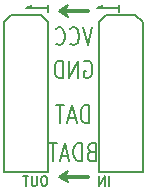
<source format=gbo>
G04 #@! TF.GenerationSoftware,KiCad,Pcbnew,(5.0.0-rc2-dev-596-gcfd2f1d00)*
G04 #@! TF.CreationDate,2018-11-17T14:23:37+02:00*
G04 #@! TF.ProjectId,WS2813_module,5753323831335F6D6F64756C652E6B69,rev?*
G04 #@! TF.SameCoordinates,Original*
G04 #@! TF.FileFunction,Legend,Bot*
G04 #@! TF.FilePolarity,Positive*
%FSLAX45Y45*%
G04 Gerber Fmt 4.5, Leading zero omitted, Abs format (unit mm)*
G04 Created by KiCad (PCBNEW (5.0.0-rc2-dev-596-gcfd2f1d00)) date 11/17/18 14:23:37*
%MOMM*%
%LPD*%
G01*
G04 APERTURE LIST*
%ADD10C,0.200000*%
%ADD11C,0.300000*%
%ADD12C,0.150000*%
G04 APERTURE END LIST*
D10*
X10160000Y-4437857D02*
X10120000Y-4587857D01*
X10080000Y-4437857D01*
X9971429Y-4573571D02*
X9977143Y-4580714D01*
X9994286Y-4587857D01*
X10005714Y-4587857D01*
X10022857Y-4580714D01*
X10034286Y-4566429D01*
X10040000Y-4552143D01*
X10045714Y-4523571D01*
X10045714Y-4502143D01*
X10040000Y-4473571D01*
X10034286Y-4459286D01*
X10022857Y-4445000D01*
X10005714Y-4437857D01*
X9994286Y-4437857D01*
X9977143Y-4445000D01*
X9971429Y-4452143D01*
X9851429Y-4573571D02*
X9857143Y-4580714D01*
X9874286Y-4587857D01*
X9885714Y-4587857D01*
X9902857Y-4580714D01*
X9914286Y-4566429D01*
X9920000Y-4552143D01*
X9925714Y-4523571D01*
X9925714Y-4502143D01*
X9920000Y-4473571D01*
X9914286Y-4459286D01*
X9902857Y-4445000D01*
X9885714Y-4437857D01*
X9874286Y-4437857D01*
X9857143Y-4445000D01*
X9851429Y-4452143D01*
X10091429Y-4725000D02*
X10102857Y-4717857D01*
X10120000Y-4717857D01*
X10137143Y-4725000D01*
X10148571Y-4739286D01*
X10154286Y-4753571D01*
X10160000Y-4782143D01*
X10160000Y-4803571D01*
X10154286Y-4832143D01*
X10148571Y-4846429D01*
X10137143Y-4860714D01*
X10120000Y-4867857D01*
X10108571Y-4867857D01*
X10091429Y-4860714D01*
X10085714Y-4853571D01*
X10085714Y-4803571D01*
X10108571Y-4803571D01*
X10034286Y-4867857D02*
X10034286Y-4717857D01*
X9965714Y-4867857D01*
X9965714Y-4717857D01*
X9908571Y-4867857D02*
X9908571Y-4717857D01*
X9880000Y-4717857D01*
X9862857Y-4725000D01*
X9851429Y-4739286D01*
X9845714Y-4753571D01*
X9840000Y-4782143D01*
X9840000Y-4803571D01*
X9845714Y-4832143D01*
X9851429Y-4846429D01*
X9862857Y-4860714D01*
X9880000Y-4867857D01*
X9908571Y-4867857D01*
X10128571Y-5247857D02*
X10128571Y-5097857D01*
X10100000Y-5097857D01*
X10082857Y-5105000D01*
X10071429Y-5119286D01*
X10065714Y-5133571D01*
X10060000Y-5162143D01*
X10060000Y-5183571D01*
X10065714Y-5212143D01*
X10071429Y-5226429D01*
X10082857Y-5240714D01*
X10100000Y-5247857D01*
X10128571Y-5247857D01*
X10014286Y-5205000D02*
X9957143Y-5205000D01*
X10025714Y-5247857D02*
X9985714Y-5097857D01*
X9945714Y-5247857D01*
X9922857Y-5097857D02*
X9854286Y-5097857D01*
X9888571Y-5247857D02*
X9888571Y-5097857D01*
X10148571Y-5489286D02*
X10131429Y-5496429D01*
X10125714Y-5503571D01*
X10120000Y-5517857D01*
X10120000Y-5539286D01*
X10125714Y-5553571D01*
X10131429Y-5560714D01*
X10142857Y-5567857D01*
X10188571Y-5567857D01*
X10188571Y-5417857D01*
X10148571Y-5417857D01*
X10137143Y-5425000D01*
X10131429Y-5432143D01*
X10125714Y-5446429D01*
X10125714Y-5460714D01*
X10131429Y-5475000D01*
X10137143Y-5482143D01*
X10148571Y-5489286D01*
X10188571Y-5489286D01*
X10068571Y-5567857D02*
X10068571Y-5417857D01*
X10040000Y-5417857D01*
X10022857Y-5425000D01*
X10011429Y-5439286D01*
X10005714Y-5453571D01*
X10000000Y-5482143D01*
X10000000Y-5503571D01*
X10005714Y-5532143D01*
X10011429Y-5546429D01*
X10022857Y-5560714D01*
X10040000Y-5567857D01*
X10068571Y-5567857D01*
X9954286Y-5525000D02*
X9897143Y-5525000D01*
X9965714Y-5567857D02*
X9925714Y-5417857D01*
X9885714Y-5567857D01*
X9862857Y-5417857D02*
X9794286Y-5417857D01*
X9828571Y-5567857D02*
X9828571Y-5417857D01*
D11*
X10125000Y-5700000D02*
X9900000Y-5700000D01*
D12*
X9875000Y-5700000D02*
X9950000Y-5650000D01*
X9950000Y-5650000D02*
X9925000Y-5700000D01*
X9875000Y-5700000D02*
X9950000Y-5750000D01*
X9950000Y-5750000D02*
X9925000Y-5700000D01*
X9925000Y-5675000D02*
X9900000Y-5700000D01*
X9900000Y-5700000D02*
X9925000Y-5725000D01*
X9900000Y-4300000D02*
X9925000Y-4325000D01*
X9925000Y-4275000D02*
X9900000Y-4300000D01*
X9950000Y-4350000D02*
X9925000Y-4300000D01*
X9875000Y-4300000D02*
X9950000Y-4350000D01*
X9950000Y-4250000D02*
X9925000Y-4300000D01*
X9875000Y-4300000D02*
X9950000Y-4250000D01*
D11*
X10125000Y-4300000D02*
X9900000Y-4300000D01*
D12*
X10525000Y-4335000D02*
X10275000Y-4335000D01*
X10585000Y-4395000D02*
X10525000Y-4335000D01*
X10215000Y-4395000D02*
X10275000Y-4335000D01*
X10585000Y-5665000D02*
X10215000Y-5665000D01*
X10215000Y-4395000D02*
X10215000Y-5665000D01*
X10585000Y-5665000D02*
X10585000Y-4395000D01*
X9725000Y-4335000D02*
X9475000Y-4335000D01*
X9785000Y-4395000D02*
X9725000Y-4335000D01*
X9415000Y-4395000D02*
X9475000Y-4335000D01*
X9785000Y-5665000D02*
X9415000Y-5665000D01*
X9415000Y-4395000D02*
X9415000Y-5665000D01*
X9785000Y-5665000D02*
X9785000Y-4395000D01*
X10301905Y-5776190D02*
X10301905Y-5696190D01*
X10263810Y-5776190D02*
X10263810Y-5696190D01*
X10218095Y-5776190D01*
X10218095Y-5696190D01*
X10381429Y-4303571D02*
X10381429Y-4246429D01*
X10381429Y-4275000D02*
X10201429Y-4275000D01*
X10227143Y-4265476D01*
X10244286Y-4255952D01*
X10252857Y-4246429D01*
X9760000Y-5696190D02*
X9744762Y-5696190D01*
X9737143Y-5700000D01*
X9729524Y-5707619D01*
X9725714Y-5722857D01*
X9725714Y-5749524D01*
X9729524Y-5764762D01*
X9737143Y-5772381D01*
X9744762Y-5776190D01*
X9760000Y-5776190D01*
X9767619Y-5772381D01*
X9775238Y-5764762D01*
X9779048Y-5749524D01*
X9779048Y-5722857D01*
X9775238Y-5707619D01*
X9767619Y-5700000D01*
X9760000Y-5696190D01*
X9691429Y-5696190D02*
X9691429Y-5760952D01*
X9687619Y-5768571D01*
X9683810Y-5772381D01*
X9676190Y-5776190D01*
X9660952Y-5776190D01*
X9653333Y-5772381D01*
X9649524Y-5768571D01*
X9645714Y-5760952D01*
X9645714Y-5696190D01*
X9619048Y-5696190D02*
X9573333Y-5696190D01*
X9596190Y-5776190D02*
X9596190Y-5696190D01*
X9781429Y-4303571D02*
X9781429Y-4246429D01*
X9781429Y-4275000D02*
X9601429Y-4275000D01*
X9627143Y-4265476D01*
X9644286Y-4255952D01*
X9652857Y-4246429D01*
M02*

</source>
